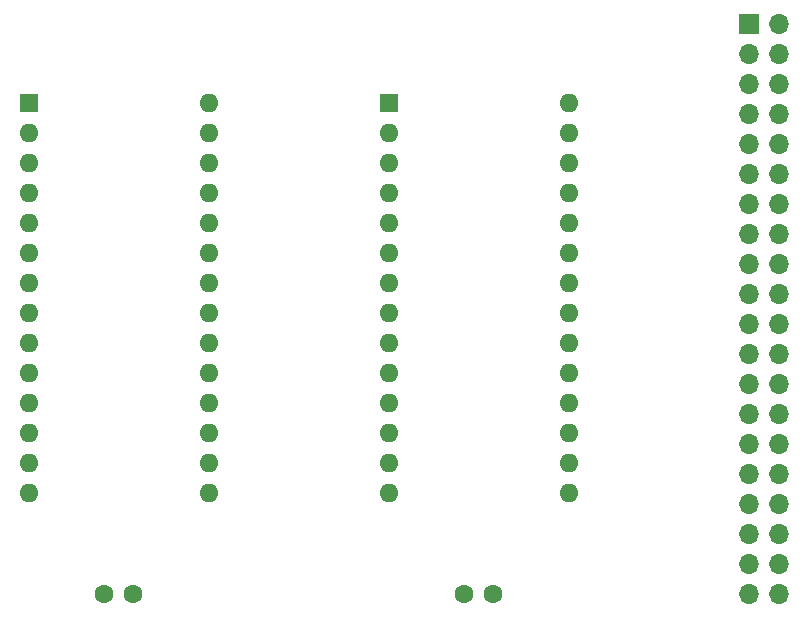
<source format=gts>
G04 #@! TF.GenerationSoftware,KiCad,Pcbnew,(5.1.12)-1*
G04 #@! TF.CreationDate,2022-10-05T17:57:38-05:00*
G04 #@! TF.ProjectId,memory,6d656d6f-7279-42e6-9b69-6361645f7063,rev?*
G04 #@! TF.SameCoordinates,Original*
G04 #@! TF.FileFunction,Soldermask,Top*
G04 #@! TF.FilePolarity,Negative*
%FSLAX46Y46*%
G04 Gerber Fmt 4.6, Leading zero omitted, Abs format (unit mm)*
G04 Created by KiCad (PCBNEW (5.1.12)-1) date 2022-10-05 17:57:38*
%MOMM*%
%LPD*%
G01*
G04 APERTURE LIST*
%ADD10C,1.600000*%
%ADD11O,1.700000X1.700000*%
%ADD12R,1.700000X1.700000*%
%ADD13R,1.600000X1.600000*%
%ADD14O,1.600000X1.600000*%
G04 APERTURE END LIST*
D10*
X120650000Y-95250000D03*
X123150000Y-95250000D03*
X153630000Y-95250000D03*
X151130000Y-95250000D03*
D11*
X177800000Y-95250000D03*
X175260000Y-95250000D03*
X177800000Y-92710000D03*
X175260000Y-92710000D03*
X177800000Y-90170000D03*
X175260000Y-90170000D03*
X177800000Y-87630000D03*
X175260000Y-87630000D03*
X177800000Y-85090000D03*
X175260000Y-85090000D03*
X177800000Y-82550000D03*
X175260000Y-82550000D03*
X177800000Y-80010000D03*
X175260000Y-80010000D03*
X177800000Y-77470000D03*
X175260000Y-77470000D03*
X177800000Y-74930000D03*
X175260000Y-74930000D03*
X177800000Y-72390000D03*
X175260000Y-72390000D03*
X177800000Y-69850000D03*
X175260000Y-69850000D03*
X177800000Y-67310000D03*
X175260000Y-67310000D03*
X177800000Y-64770000D03*
X175260000Y-64770000D03*
X177800000Y-62230000D03*
X175260000Y-62230000D03*
X177800000Y-59690000D03*
X175260000Y-59690000D03*
X177800000Y-57150000D03*
X175260000Y-57150000D03*
X177800000Y-54610000D03*
X175260000Y-54610000D03*
X177800000Y-52070000D03*
X175260000Y-52070000D03*
X177800000Y-49530000D03*
X175260000Y-49530000D03*
X177800000Y-46990000D03*
D12*
X175260000Y-46990000D03*
D13*
X114300000Y-53695000D03*
D14*
X129540000Y-86715000D03*
X114300000Y-56235000D03*
X129540000Y-84175000D03*
X114300000Y-58775000D03*
X129540000Y-81635000D03*
X114300000Y-61315000D03*
X129540000Y-79095000D03*
X114300000Y-63855000D03*
X129540000Y-76555000D03*
X114300000Y-66395000D03*
X129540000Y-74015000D03*
X114300000Y-68935000D03*
X129540000Y-71475000D03*
X114300000Y-71475000D03*
X129540000Y-68935000D03*
X114300000Y-74015000D03*
X129540000Y-66395000D03*
X114300000Y-76555000D03*
X129540000Y-63855000D03*
X114300000Y-79095000D03*
X129540000Y-61315000D03*
X114300000Y-81635000D03*
X129540000Y-58775000D03*
X114300000Y-84175000D03*
X129540000Y-56235000D03*
X114300000Y-86715000D03*
X129540000Y-53695000D03*
X160020000Y-53695000D03*
X144780000Y-86715000D03*
X160020000Y-56235000D03*
X144780000Y-84175000D03*
X160020000Y-58775000D03*
X144780000Y-81635000D03*
X160020000Y-61315000D03*
X144780000Y-79095000D03*
X160020000Y-63855000D03*
X144780000Y-76555000D03*
X160020000Y-66395000D03*
X144780000Y-74015000D03*
X160020000Y-68935000D03*
X144780000Y-71475000D03*
X160020000Y-71475000D03*
X144780000Y-68935000D03*
X160020000Y-74015000D03*
X144780000Y-66395000D03*
X160020000Y-76555000D03*
X144780000Y-63855000D03*
X160020000Y-79095000D03*
X144780000Y-61315000D03*
X160020000Y-81635000D03*
X144780000Y-58775000D03*
X160020000Y-84175000D03*
X144780000Y-56235000D03*
X160020000Y-86715000D03*
D13*
X144780000Y-53695000D03*
M02*

</source>
